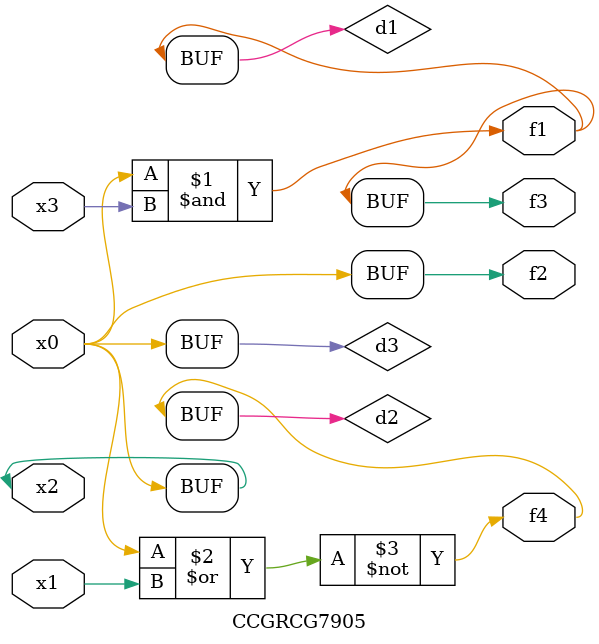
<source format=v>
module CCGRCG7905(
	input x0, x1, x2, x3,
	output f1, f2, f3, f4
);

	wire d1, d2, d3;

	and (d1, x2, x3);
	nor (d2, x0, x1);
	buf (d3, x0, x2);
	assign f1 = d1;
	assign f2 = d3;
	assign f3 = d1;
	assign f4 = d2;
endmodule

</source>
